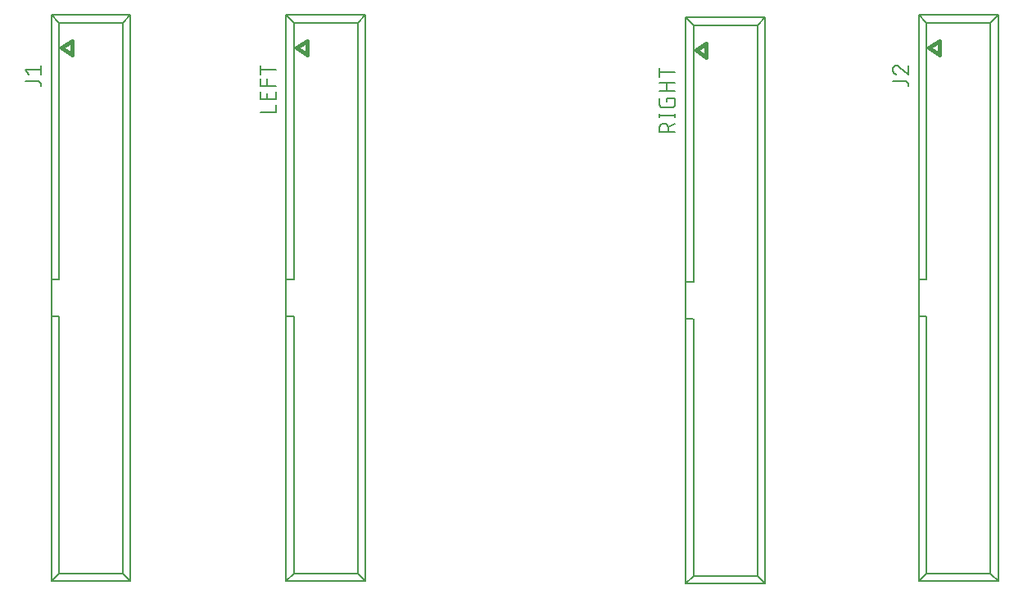
<source format=gbr>
G04 EAGLE Gerber RS-274X export*
G75*
%MOMM*%
%FSLAX34Y34*%
%LPD*%
%INSilkscreen Top*%
%IPPOS*%
%AMOC8*
5,1,8,0,0,1.08239X$1,22.5*%
G01*
%ADD10C,0.203200*%
%ADD11C,0.406400*%
%ADD12C,0.152400*%


D10*
X21330Y432690D02*
X14230Y432690D01*
X14230Y394690D02*
X21330Y394690D01*
D11*
X24130Y672190D02*
X34830Y679190D01*
X24130Y672190D02*
X34830Y665190D01*
X34830Y679190D01*
D10*
X13530Y706290D02*
X95530Y706290D01*
X13530Y706290D02*
X13530Y121090D01*
X95530Y121090D01*
X95530Y706290D01*
X87530Y698290D02*
X21530Y698290D01*
X87530Y698290D02*
X87530Y129090D01*
X21530Y129090D01*
X21530Y394690D01*
X21530Y432690D02*
X21530Y698290D01*
X87530Y698290D02*
X95530Y706290D01*
X21530Y698290D02*
X13530Y706290D01*
X87530Y129090D02*
X95530Y121090D01*
X21530Y129090D02*
X13530Y121090D01*
D12*
X-864Y637930D02*
X-13508Y637930D01*
X-864Y637929D02*
X-746Y637927D01*
X-628Y637921D01*
X-510Y637912D01*
X-393Y637898D01*
X-276Y637881D01*
X-159Y637860D01*
X-44Y637835D01*
X71Y637806D01*
X185Y637773D01*
X297Y637737D01*
X408Y637697D01*
X518Y637654D01*
X627Y637607D01*
X734Y637557D01*
X839Y637502D01*
X942Y637445D01*
X1043Y637384D01*
X1143Y637320D01*
X1240Y637253D01*
X1335Y637183D01*
X1427Y637109D01*
X1518Y637033D01*
X1605Y636953D01*
X1690Y636871D01*
X1772Y636786D01*
X1852Y636699D01*
X1928Y636608D01*
X2002Y636516D01*
X2072Y636421D01*
X2139Y636324D01*
X2203Y636224D01*
X2264Y636123D01*
X2321Y636020D01*
X2376Y635915D01*
X2426Y635808D01*
X2473Y635699D01*
X2516Y635589D01*
X2556Y635478D01*
X2592Y635366D01*
X2625Y635252D01*
X2654Y635137D01*
X2679Y635022D01*
X2700Y634905D01*
X2717Y634788D01*
X2731Y634671D01*
X2740Y634553D01*
X2746Y634435D01*
X2748Y634317D01*
X2748Y632511D01*
X-9896Y644997D02*
X-13508Y649512D01*
X2748Y649512D01*
X2748Y644997D02*
X2748Y654028D01*
D10*
X911000Y432690D02*
X918100Y432690D01*
X918100Y394690D02*
X911000Y394690D01*
D11*
X920900Y672190D02*
X931600Y679190D01*
X920900Y672190D02*
X931600Y665190D01*
X931600Y679190D01*
D10*
X910300Y706290D02*
X992300Y706290D01*
X910300Y706290D02*
X910300Y121090D01*
X992300Y121090D01*
X992300Y706290D01*
X984300Y698290D02*
X918300Y698290D01*
X984300Y698290D02*
X984300Y129090D01*
X918300Y129090D01*
X918300Y394690D01*
X918300Y432690D02*
X918300Y698290D01*
X984300Y698290D02*
X992300Y706290D01*
X918300Y698290D02*
X910300Y706290D01*
X984300Y129090D02*
X992300Y121090D01*
X918300Y129090D02*
X910300Y121090D01*
D12*
X895906Y637930D02*
X883262Y637930D01*
X895906Y637929D02*
X896024Y637927D01*
X896142Y637921D01*
X896260Y637912D01*
X896377Y637898D01*
X896494Y637881D01*
X896611Y637860D01*
X896726Y637835D01*
X896841Y637806D01*
X896955Y637773D01*
X897067Y637737D01*
X897178Y637697D01*
X897288Y637654D01*
X897397Y637607D01*
X897504Y637557D01*
X897609Y637502D01*
X897712Y637445D01*
X897813Y637384D01*
X897913Y637320D01*
X898010Y637253D01*
X898105Y637183D01*
X898197Y637109D01*
X898288Y637033D01*
X898375Y636953D01*
X898460Y636871D01*
X898542Y636786D01*
X898622Y636699D01*
X898698Y636608D01*
X898772Y636516D01*
X898842Y636421D01*
X898909Y636324D01*
X898973Y636224D01*
X899034Y636123D01*
X899091Y636020D01*
X899146Y635915D01*
X899196Y635808D01*
X899243Y635699D01*
X899286Y635589D01*
X899326Y635478D01*
X899362Y635366D01*
X899395Y635252D01*
X899424Y635137D01*
X899449Y635022D01*
X899470Y634905D01*
X899487Y634788D01*
X899501Y634671D01*
X899510Y634553D01*
X899516Y634435D01*
X899518Y634317D01*
X899518Y632511D01*
X883262Y649964D02*
X883264Y650089D01*
X883270Y650214D01*
X883279Y650339D01*
X883293Y650463D01*
X883310Y650587D01*
X883331Y650711D01*
X883356Y650833D01*
X883385Y650955D01*
X883417Y651076D01*
X883453Y651196D01*
X883493Y651315D01*
X883536Y651432D01*
X883583Y651548D01*
X883634Y651663D01*
X883688Y651775D01*
X883746Y651887D01*
X883806Y651996D01*
X883871Y652103D01*
X883938Y652209D01*
X884009Y652312D01*
X884083Y652413D01*
X884160Y652512D01*
X884240Y652608D01*
X884323Y652702D01*
X884408Y652793D01*
X884497Y652882D01*
X884588Y652967D01*
X884682Y653050D01*
X884778Y653130D01*
X884877Y653207D01*
X884978Y653281D01*
X885081Y653352D01*
X885187Y653419D01*
X885294Y653484D01*
X885403Y653544D01*
X885515Y653602D01*
X885627Y653656D01*
X885742Y653707D01*
X885858Y653754D01*
X885975Y653797D01*
X886094Y653837D01*
X886214Y653873D01*
X886335Y653905D01*
X886457Y653934D01*
X886579Y653959D01*
X886703Y653980D01*
X886827Y653997D01*
X886951Y654011D01*
X887076Y654020D01*
X887201Y654026D01*
X887326Y654028D01*
X883262Y649964D02*
X883264Y649821D01*
X883270Y649679D01*
X883280Y649536D01*
X883293Y649394D01*
X883311Y649253D01*
X883332Y649111D01*
X883357Y648971D01*
X883386Y648831D01*
X883419Y648692D01*
X883456Y648554D01*
X883496Y648417D01*
X883540Y648282D01*
X883588Y648147D01*
X883640Y648014D01*
X883695Y647882D01*
X883754Y647752D01*
X883816Y647624D01*
X883882Y647497D01*
X883951Y647372D01*
X884023Y647249D01*
X884099Y647128D01*
X884178Y647010D01*
X884261Y646893D01*
X884346Y646779D01*
X884435Y646667D01*
X884526Y646558D01*
X884621Y646451D01*
X884718Y646346D01*
X884819Y646245D01*
X884922Y646146D01*
X885027Y646050D01*
X885136Y645957D01*
X885247Y645867D01*
X885360Y645780D01*
X885475Y645696D01*
X885593Y645616D01*
X885713Y645538D01*
X885835Y645464D01*
X885959Y645394D01*
X886085Y645326D01*
X886213Y645263D01*
X886342Y645202D01*
X886473Y645145D01*
X886605Y645092D01*
X886739Y645043D01*
X886874Y644997D01*
X890487Y652673D02*
X890395Y652767D01*
X890301Y652857D01*
X890204Y652945D01*
X890104Y653030D01*
X890002Y653112D01*
X889897Y653190D01*
X889790Y653266D01*
X889681Y653338D01*
X889570Y653407D01*
X889456Y653473D01*
X889341Y653535D01*
X889224Y653594D01*
X889105Y653649D01*
X888985Y653700D01*
X888863Y653748D01*
X888740Y653793D01*
X888616Y653833D01*
X888490Y653870D01*
X888363Y653903D01*
X888236Y653932D01*
X888107Y653958D01*
X887978Y653979D01*
X887848Y653997D01*
X887718Y654010D01*
X887588Y654020D01*
X887457Y654026D01*
X887326Y654028D01*
X890487Y652673D02*
X899518Y644997D01*
X899518Y654028D01*
D10*
X264200Y432690D02*
X257100Y432690D01*
X257100Y394690D02*
X264200Y394690D01*
D11*
X267000Y672190D02*
X277700Y679190D01*
X267000Y672190D02*
X277700Y665190D01*
X277700Y679190D01*
D10*
X256400Y706290D02*
X338400Y706290D01*
X256400Y706290D02*
X256400Y121090D01*
X338400Y121090D01*
X338400Y706290D01*
X330400Y698290D02*
X264400Y698290D01*
X330400Y698290D02*
X330400Y129090D01*
X264400Y129090D01*
X264400Y394690D01*
X264400Y432690D02*
X264400Y698290D01*
X330400Y698290D02*
X338400Y706290D01*
X264400Y698290D02*
X256400Y706290D01*
X330400Y129090D02*
X338400Y121090D01*
X264400Y129090D02*
X256400Y121090D01*
D12*
X245618Y605949D02*
X229362Y605949D01*
X245618Y605949D02*
X245618Y613174D01*
X245618Y619496D02*
X245618Y626721D01*
X245618Y619496D02*
X229362Y619496D01*
X229362Y626721D01*
X236587Y624914D02*
X236587Y619496D01*
X229362Y633043D02*
X245618Y633043D01*
X229362Y633043D02*
X229362Y640268D01*
X236587Y640268D02*
X236587Y633043D01*
X229362Y649512D02*
X245618Y649512D01*
X229362Y644997D02*
X229362Y654028D01*
D10*
X670000Y430150D02*
X677100Y430150D01*
X677100Y392150D02*
X670000Y392150D01*
D11*
X679900Y669650D02*
X690600Y676650D01*
X679900Y669650D02*
X690600Y662650D01*
X690600Y676650D01*
D10*
X669300Y703750D02*
X751300Y703750D01*
X669300Y703750D02*
X669300Y118550D01*
X751300Y118550D01*
X751300Y703750D01*
X743300Y695750D02*
X677300Y695750D01*
X743300Y695750D02*
X743300Y126550D01*
X677300Y126550D01*
X677300Y392150D01*
X677300Y430150D02*
X677300Y695750D01*
X743300Y695750D02*
X751300Y703750D01*
X677300Y695750D02*
X669300Y703750D01*
X743300Y126550D02*
X751300Y118550D01*
X677300Y126550D02*
X669300Y118550D01*
D12*
X658518Y585234D02*
X642262Y585234D01*
X642262Y589749D01*
X642264Y589882D01*
X642270Y590014D01*
X642280Y590146D01*
X642293Y590278D01*
X642311Y590410D01*
X642332Y590540D01*
X642357Y590671D01*
X642386Y590800D01*
X642419Y590928D01*
X642455Y591056D01*
X642495Y591182D01*
X642539Y591307D01*
X642587Y591431D01*
X642638Y591553D01*
X642693Y591674D01*
X642751Y591793D01*
X642813Y591911D01*
X642878Y592026D01*
X642947Y592140D01*
X643018Y592251D01*
X643094Y592360D01*
X643172Y592467D01*
X643253Y592572D01*
X643338Y592674D01*
X643425Y592774D01*
X643515Y592871D01*
X643608Y592966D01*
X643704Y593057D01*
X643802Y593146D01*
X643903Y593232D01*
X644007Y593315D01*
X644113Y593395D01*
X644221Y593471D01*
X644331Y593545D01*
X644444Y593615D01*
X644558Y593682D01*
X644675Y593745D01*
X644793Y593805D01*
X644913Y593862D01*
X645035Y593915D01*
X645158Y593964D01*
X645282Y594010D01*
X645408Y594052D01*
X645535Y594090D01*
X645663Y594125D01*
X645792Y594156D01*
X645921Y594183D01*
X646052Y594206D01*
X646183Y594226D01*
X646315Y594241D01*
X646447Y594253D01*
X646579Y594261D01*
X646712Y594265D01*
X646844Y594265D01*
X646977Y594261D01*
X647109Y594253D01*
X647241Y594241D01*
X647373Y594226D01*
X647504Y594206D01*
X647635Y594183D01*
X647764Y594156D01*
X647893Y594125D01*
X648021Y594090D01*
X648148Y594052D01*
X648274Y594010D01*
X648398Y593964D01*
X648521Y593915D01*
X648643Y593862D01*
X648763Y593805D01*
X648881Y593745D01*
X648998Y593682D01*
X649112Y593615D01*
X649225Y593545D01*
X649335Y593471D01*
X649443Y593395D01*
X649549Y593315D01*
X649653Y593232D01*
X649754Y593146D01*
X649852Y593057D01*
X649948Y592966D01*
X650041Y592871D01*
X650131Y592774D01*
X650218Y592674D01*
X650303Y592572D01*
X650384Y592467D01*
X650462Y592360D01*
X650538Y592251D01*
X650609Y592140D01*
X650678Y592026D01*
X650743Y591911D01*
X650805Y591793D01*
X650863Y591674D01*
X650918Y591553D01*
X650969Y591431D01*
X651017Y591307D01*
X651061Y591182D01*
X651101Y591056D01*
X651137Y590928D01*
X651170Y590800D01*
X651199Y590671D01*
X651224Y590540D01*
X651245Y590410D01*
X651263Y590278D01*
X651276Y590146D01*
X651286Y590014D01*
X651292Y589882D01*
X651294Y589749D01*
X651293Y589749D02*
X651293Y585234D01*
X651293Y590653D02*
X658518Y594265D01*
X658518Y602163D02*
X642262Y602163D01*
X658518Y600357D02*
X658518Y603969D01*
X642262Y603969D02*
X642262Y600357D01*
X649487Y616995D02*
X649487Y619704D01*
X658518Y619704D01*
X658518Y614286D01*
X658516Y614168D01*
X658510Y614050D01*
X658501Y613932D01*
X658487Y613815D01*
X658470Y613698D01*
X658449Y613581D01*
X658424Y613466D01*
X658395Y613351D01*
X658362Y613237D01*
X658326Y613125D01*
X658286Y613014D01*
X658243Y612904D01*
X658196Y612795D01*
X658146Y612688D01*
X658091Y612583D01*
X658034Y612480D01*
X657973Y612379D01*
X657909Y612279D01*
X657842Y612182D01*
X657772Y612087D01*
X657698Y611995D01*
X657622Y611904D01*
X657542Y611817D01*
X657460Y611732D01*
X657375Y611650D01*
X657288Y611570D01*
X657197Y611494D01*
X657105Y611420D01*
X657010Y611350D01*
X656913Y611283D01*
X656813Y611219D01*
X656712Y611158D01*
X656609Y611101D01*
X656504Y611046D01*
X656397Y610996D01*
X656288Y610949D01*
X656178Y610906D01*
X656067Y610866D01*
X655955Y610830D01*
X655841Y610797D01*
X655726Y610768D01*
X655611Y610743D01*
X655494Y610722D01*
X655377Y610705D01*
X655260Y610691D01*
X655142Y610682D01*
X655024Y610676D01*
X654906Y610674D01*
X654906Y610673D02*
X645874Y610673D01*
X645756Y610675D01*
X645638Y610681D01*
X645520Y610690D01*
X645402Y610704D01*
X645285Y610721D01*
X645169Y610742D01*
X645054Y610767D01*
X644939Y610796D01*
X644825Y610829D01*
X644713Y610865D01*
X644601Y610905D01*
X644491Y610948D01*
X644383Y610995D01*
X644276Y611046D01*
X644171Y611100D01*
X644068Y611157D01*
X643966Y611218D01*
X643867Y611282D01*
X643770Y611349D01*
X643675Y611420D01*
X643582Y611493D01*
X643492Y611570D01*
X643404Y611649D01*
X643319Y611731D01*
X643237Y611816D01*
X643158Y611904D01*
X643081Y611994D01*
X643008Y612087D01*
X642937Y612181D01*
X642870Y612279D01*
X642806Y612378D01*
X642745Y612479D01*
X642688Y612583D01*
X642634Y612688D01*
X642583Y612795D01*
X642536Y612903D01*
X642493Y613013D01*
X642453Y613125D01*
X642417Y613237D01*
X642384Y613351D01*
X642355Y613466D01*
X642330Y613581D01*
X642309Y613697D01*
X642292Y613814D01*
X642278Y613932D01*
X642269Y614050D01*
X642263Y614168D01*
X642261Y614286D01*
X642262Y614286D02*
X642262Y619704D01*
X642262Y627347D02*
X658518Y627347D01*
X649487Y627347D02*
X649487Y636378D01*
X642262Y636378D02*
X658518Y636378D01*
X658518Y646972D02*
X642262Y646972D01*
X642262Y642457D02*
X642262Y651488D01*
M02*

</source>
